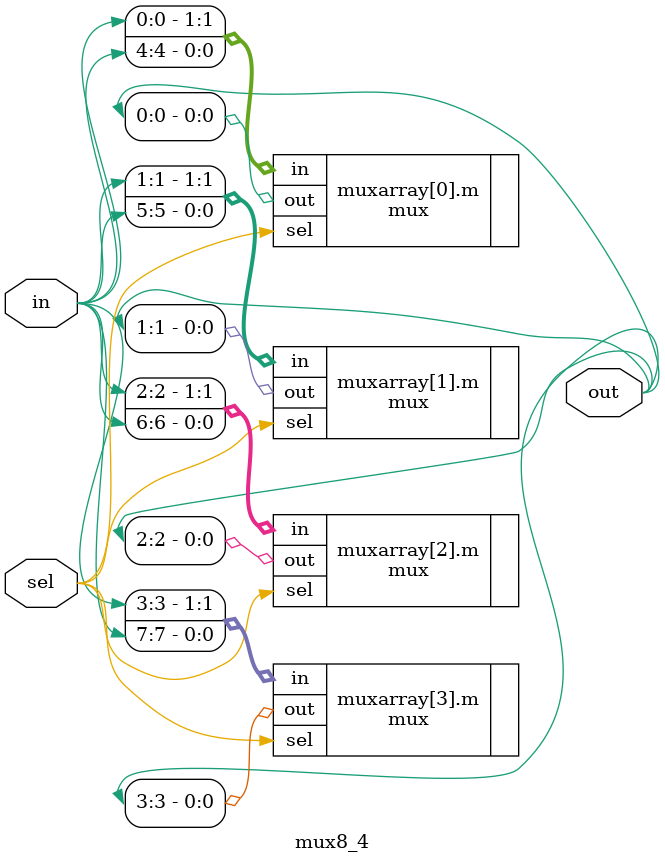
<source format=v>
`timescale 1ns / 1ps
module mux8_4(	
    input [7:0] in,
    output [3:0] out,
    input sel
    );
	parameter SIZE=4;

	genvar i;
	
	generate
		for (i=0; i<SIZE; i=i+1) begin: muxarray
			mux m(
				.in({in[i],in[i+4]}),
				.sel(sel),
				.out(out[i])
				);
		end
	endgenerate
endmodule

</source>
